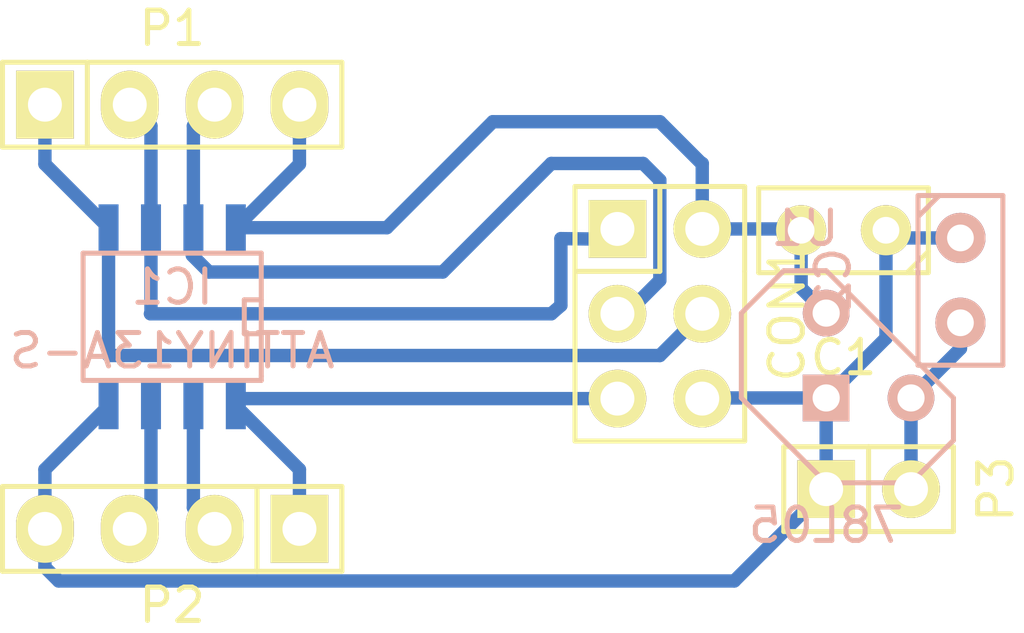
<source format=kicad_pcb>
(kicad_pcb (version 4) (host pcbnew "(2014-12-13 BZR 5321)-product")

  (general
    (links 22)
    (no_connects 1)
    (area 147.090999 75.375 178.312334 94.655)
    (thickness 1.6)
    (drawings 0)
    (tracks 76)
    (zones 0)
    (modules 8)
    (nets 10)
  )

  (page A4)
  (layers
    (0 F.Cu signal)
    (31 B.Cu signal)
    (32 B.Adhes user)
    (33 F.Adhes user)
    (34 B.Paste user)
    (35 F.Paste user)
    (36 B.SilkS user)
    (37 F.SilkS user)
    (38 B.Mask user)
    (39 F.Mask user)
    (40 Dwgs.User user)
    (41 Cmts.User user)
    (42 Eco1.User user)
    (43 Eco2.User user)
    (44 Edge.Cuts user)
    (45 Margin user)
    (46 B.CrtYd user)
    (47 F.CrtYd user)
    (48 B.Fab user)
    (49 F.Fab user)
  )

  (setup
    (last_trace_width 0.4)
    (trace_clearance 0.154)
    (zone_clearance 0.508)
    (zone_45_only no)
    (trace_min 0.254)
    (segment_width 0.2)
    (edge_width 0.1)
    (via_size 0.889)
    (via_drill 0.635)
    (via_min_size 0.889)
    (via_min_drill 0.508)
    (uvia_size 0.508)
    (uvia_drill 0.127)
    (uvias_allowed no)
    (uvia_min_size 0.508)
    (uvia_min_drill 0.127)
    (pcb_text_width 0.3)
    (pcb_text_size 1.5 1.5)
    (mod_edge_width 0.15)
    (mod_text_size 1 1)
    (mod_text_width 0.15)
    (pad_size 1.5 1.5)
    (pad_drill 0.6)
    (pad_to_mask_clearance 0)
    (aux_axis_origin 0 0)
    (visible_elements FFFFFF7F)
    (pcbplotparams
      (layerselection 0x00000_80000000)
      (usegerberextensions false)
      (excludeedgelayer true)
      (linewidth 0.100000)
      (plotframeref false)
      (viasonmask false)
      (mode 1)
      (useauxorigin false)
      (hpglpennumber 1)
      (hpglpenspeed 20)
      (hpglpendiameter 15)
      (hpglpenoverlay 2)
      (psnegative false)
      (psa4output false)
      (plotreference true)
      (plotvalue true)
      (plotinvisibletext false)
      (padsonsilk false)
      (subtractmaskfromsilk false)
      (outputformat 4)
      (mirror false)
      (drillshape 2)
      (scaleselection 1)
      (outputdirectory /home/phil/projects/electronics/spinnekop/))
  )

  (net 0 "")
  (net 1 "Net-(C1-Pad2)")
  (net 2 "Net-(C1-Pad1)")
  (net 3 "Net-(C2-Pad2)")
  (net 4 "Net-(CON1-Pad1)")
  (net 5 "Net-(CON1-Pad3)")
  (net 6 "Net-(CON1-Pad4)")
  (net 7 "Net-(CON1-Pad5)")
  (net 8 "Net-(IC1-Pad2)")
  (net 9 "Net-(IC1-Pad3)")

  (net_class Default "This is the default net class."
    (clearance 0.154)
    (trace_width 0.4)
    (via_dia 0.889)
    (via_drill 0.635)
    (uvia_dia 0.508)
    (uvia_drill 0.127)
    (add_net "Net-(C1-Pad1)")
    (add_net "Net-(C1-Pad2)")
    (add_net "Net-(C2-Pad2)")
    (add_net "Net-(CON1-Pad1)")
    (add_net "Net-(CON1-Pad3)")
    (add_net "Net-(CON1-Pad4)")
    (add_net "Net-(CON1-Pad5)")
    (add_net "Net-(IC1-Pad2)")
    (add_net "Net-(IC1-Pad3)")
  )

  (module Capacitors_ThroughHole:Capacitor3MMDiscRM2.5 (layer B.Cu) (tedit 548F1E1A) (tstamp 548F3510)
    (at 176 84 270)
    (descr Capacitor3MMDiscRM2.5)
    (tags C)
    (path /548F15DB)
    (fp_text reference C2 (at 0 3.81 270) (layer B.SilkS)
      (effects (font (size 1 1) (thickness 0.15)) (justify mirror))
    )
    (fp_text value C (at 0 2.286 270) (layer B.SilkS) hide
      (effects (font (size 1 1) (thickness 0.15)) (justify mirror))
    )
    (fp_line (start -2.4892 1.27) (end 2.54 1.27) (layer B.SilkS) (width 0.15))
    (fp_line (start 2.54 1.27) (end 2.54 -1.27) (layer B.SilkS) (width 0.15))
    (fp_line (start 2.54 -1.27) (end -2.54 -1.27) (layer B.SilkS) (width 0.15))
    (fp_line (start -2.54 -1.27) (end -2.54 1.27) (layer B.SilkS) (width 0.15))
    (fp_line (start -2.54 0.635) (end -1.905 1.27) (layer B.SilkS) (width 0.15))
    (pad 1 thru_hole circle (at -1.27 0 270) (size 1.50114 1.50114) (drill 0.8001) (layers *.Cu *.Mask B.SilkS)
      (net 2 "Net-(C1-Pad1)"))
    (pad 2 thru_hole circle (at 1.27 0 270) (size 1.50114 1.50114) (drill 0.8001) (layers *.Cu *.Mask B.SilkS)
      (net 3 "Net-(C2-Pad2)"))
    (model Capacitors_ThroughHole/Capacitor3MMDiscRM2.5.wrl
      (at (xyz 0 0 0))
      (scale (xyz 1 1 1))
      (rotate (xyz 0 0 0))
    )
  )

  (module Pin_Headers:Pin_Header_Straight_2x03 (layer F.Cu) (tedit 548F1E1A) (tstamp 548F21A0)
    (at 167 85 270)
    (descr "Through hole pin header")
    (tags "pin header")
    (path /548F1B16)
    (fp_text reference CON1 (at 0 -3.81 270) (layer F.SilkS)
      (effects (font (size 1 1) (thickness 0.15)))
    )
    (fp_text value AVR-ISP-6 (at 0 0 270) (layer F.SilkS) hide
      (effects (font (size 1 1) (thickness 0.15)))
    )
    (fp_line (start -3.81 0) (end -1.27 0) (layer F.SilkS) (width 0.15))
    (fp_line (start -1.27 0) (end -1.27 2.54) (layer F.SilkS) (width 0.15))
    (fp_line (start -3.81 2.54) (end 3.81 2.54) (layer F.SilkS) (width 0.15))
    (fp_line (start 3.81 2.54) (end 3.81 -2.54) (layer F.SilkS) (width 0.15))
    (fp_line (start 3.81 -2.54) (end -1.27 -2.54) (layer F.SilkS) (width 0.15))
    (fp_line (start -3.81 2.54) (end -3.81 0) (layer F.SilkS) (width 0.15))
    (fp_line (start -3.81 -2.54) (end -3.81 0) (layer F.SilkS) (width 0.15))
    (fp_line (start -1.27 -2.54) (end -3.81 -2.54) (layer F.SilkS) (width 0.15))
    (pad 1 thru_hole rect (at -2.54 1.27 270) (size 1.7272 1.7272) (drill 1.016) (layers *.Cu *.Mask F.SilkS)
      (net 4 "Net-(CON1-Pad1)"))
    (pad 2 thru_hole oval (at -2.54 -1.27 270) (size 1.7272 1.7272) (drill 1.016) (layers *.Cu *.Mask F.SilkS)
      (net 1 "Net-(C1-Pad2)"))
    (pad 3 thru_hole oval (at 0 1.27 270) (size 1.7272 1.7272) (drill 1.016) (layers *.Cu *.Mask F.SilkS)
      (net 5 "Net-(CON1-Pad3)"))
    (pad 4 thru_hole oval (at 0 -1.27 270) (size 1.7272 1.7272) (drill 1.016) (layers *.Cu *.Mask F.SilkS)
      (net 6 "Net-(CON1-Pad4)"))
    (pad 5 thru_hole oval (at 2.54 1.27 270) (size 1.7272 1.7272) (drill 1.016) (layers *.Cu *.Mask F.SilkS)
      (net 7 "Net-(CON1-Pad5)"))
    (pad 6 thru_hole oval (at 2.54 -1.27 270) (size 1.7272 1.7272) (drill 1.016) (layers *.Cu *.Mask F.SilkS)
      (net 2 "Net-(C1-Pad1)"))
    (model Pin_Headers/Pin_Header_Straight_2x03.wrl
      (at (xyz 0 0 0))
      (scale (xyz 1 1 1))
      (rotate (xyz 0 0 0))
    )
  )

  (module SMD_Packages:SOIC-8-W (layer B.Cu) (tedit 548F1E1A) (tstamp 548F274D)
    (at 152.4 85.09 180)
    (descr "module SMD SOIC SOJ 8 pins etroit")
    (tags "CMS SOJ")
    (path /548EFC7E)
    (attr smd)
    (fp_text reference IC1 (at 0 0.889 180) (layer B.SilkS)
      (effects (font (size 1 1) (thickness 0.15)) (justify mirror))
    )
    (fp_text value ATTINY13A-S (at 0 -1.016 180) (layer B.SilkS)
      (effects (font (size 1 1) (thickness 0.15)) (justify mirror))
    )
    (fp_line (start -2.667 -1.778) (end -2.667 -1.905) (layer B.SilkS) (width 0.15))
    (fp_line (start -2.667 -1.905) (end 2.667 -1.905) (layer B.SilkS) (width 0.15))
    (fp_line (start 2.667 1.905) (end -2.667 1.905) (layer B.SilkS) (width 0.15))
    (fp_line (start -2.667 1.905) (end -2.667 -1.778) (layer B.SilkS) (width 0.15))
    (fp_line (start -2.667 0.508) (end -2.159 0.508) (layer B.SilkS) (width 0.15))
    (fp_line (start -2.159 0.508) (end -2.159 -0.508) (layer B.SilkS) (width 0.15))
    (fp_line (start -2.159 -0.508) (end -2.667 -0.508) (layer B.SilkS) (width 0.15))
    (fp_line (start 2.667 1.905) (end 2.667 -1.905) (layer B.SilkS) (width 0.15))
    (pad 8 smd rect (at -1.905 2.667 180) (size 0.59944 1.39954) (layers B.Cu B.Paste B.Mask)
      (net 1 "Net-(C1-Pad2)"))
    (pad 1 smd rect (at -1.905 -2.667 180) (size 0.59944 1.39954) (layers B.Cu B.Paste B.Mask)
      (net 7 "Net-(CON1-Pad5)"))
    (pad 7 smd rect (at -0.635 2.667 180) (size 0.59944 1.39954) (layers B.Cu B.Paste B.Mask)
      (net 5 "Net-(CON1-Pad3)"))
    (pad 6 smd rect (at 0.635 2.667 180) (size 0.59944 1.39954) (layers B.Cu B.Paste B.Mask)
      (net 4 "Net-(CON1-Pad1)"))
    (pad 5 smd rect (at 1.905 2.667 180) (size 0.59944 1.39954) (layers B.Cu B.Paste B.Mask)
      (net 6 "Net-(CON1-Pad4)"))
    (pad 2 smd rect (at -0.635 -2.667 180) (size 0.59944 1.39954) (layers B.Cu B.Paste B.Mask)
      (net 8 "Net-(IC1-Pad2)"))
    (pad 3 smd rect (at 0.635 -2.667 180) (size 0.59944 1.39954) (layers B.Cu B.Paste B.Mask)
      (net 9 "Net-(IC1-Pad3)"))
    (pad 4 smd rect (at 1.905 -2.667 180) (size 0.59944 1.39954) (layers B.Cu B.Paste B.Mask)
      (net 2 "Net-(C1-Pad1)"))
    (model SMD_Packages/SOIC-8-W.wrl
      (at (xyz 0 0 0))
      (scale (xyz 0.5 0.32 0.5))
      (rotate (xyz 0 0 0))
    )
  )

  (module Pin_Headers:Pin_Header_Straight_1x04 (layer F.Cu) (tedit 548F1E1A) (tstamp 548F1E4B)
    (at 152.4 78.74)
    (descr "Through hole pin header")
    (tags "pin header")
    (path /548F1565)
    (fp_text reference P1 (at 0 -2.286) (layer F.SilkS)
      (effects (font (size 1 1) (thickness 0.15)))
    )
    (fp_text value CONN_01X04 (at 0 0) (layer F.SilkS) hide
      (effects (font (size 1 1) (thickness 0.15)))
    )
    (fp_line (start -2.54 1.27) (end 5.08 1.27) (layer F.SilkS) (width 0.15))
    (fp_line (start -2.54 -1.27) (end 5.08 -1.27) (layer F.SilkS) (width 0.15))
    (fp_line (start -5.08 -1.27) (end -2.54 -1.27) (layer F.SilkS) (width 0.15))
    (fp_line (start 5.08 1.27) (end 5.08 -1.27) (layer F.SilkS) (width 0.15))
    (fp_line (start -2.54 -1.27) (end -2.54 1.27) (layer F.SilkS) (width 0.15))
    (fp_line (start -5.08 -1.27) (end -5.08 1.27) (layer F.SilkS) (width 0.15))
    (fp_line (start -5.08 1.27) (end -2.54 1.27) (layer F.SilkS) (width 0.15))
    (pad 1 thru_hole rect (at -3.81 0) (size 1.7272 2.032) (drill 1.016) (layers *.Cu *.Mask F.SilkS)
      (net 6 "Net-(CON1-Pad4)"))
    (pad 2 thru_hole oval (at -1.27 0) (size 1.7272 2.032) (drill 1.016) (layers *.Cu *.Mask F.SilkS)
      (net 4 "Net-(CON1-Pad1)"))
    (pad 3 thru_hole oval (at 1.27 0) (size 1.7272 2.032) (drill 1.016) (layers *.Cu *.Mask F.SilkS)
      (net 5 "Net-(CON1-Pad3)"))
    (pad 4 thru_hole oval (at 3.81 0) (size 1.7272 2.032) (drill 1.016) (layers *.Cu *.Mask F.SilkS)
      (net 1 "Net-(C1-Pad2)"))
    (model Pin_Headers/Pin_Header_Straight_1x04.wrl
      (at (xyz 0 0 0))
      (scale (xyz 1 1 1))
      (rotate (xyz 0 0 0))
    )
  )

  (module Pin_Headers:Pin_Header_Straight_1x04 (layer F.Cu) (tedit 548F1E1A) (tstamp 548F1E53)
    (at 152.4 91.44 180)
    (descr "Through hole pin header")
    (tags "pin header")
    (path /548F13A6)
    (fp_text reference P2 (at 0 -2.286 180) (layer F.SilkS)
      (effects (font (size 1 1) (thickness 0.15)))
    )
    (fp_text value CONN_01X04 (at 0 0 180) (layer F.SilkS) hide
      (effects (font (size 1 1) (thickness 0.15)))
    )
    (fp_line (start -2.54 1.27) (end 5.08 1.27) (layer F.SilkS) (width 0.15))
    (fp_line (start -2.54 -1.27) (end 5.08 -1.27) (layer F.SilkS) (width 0.15))
    (fp_line (start -5.08 -1.27) (end -2.54 -1.27) (layer F.SilkS) (width 0.15))
    (fp_line (start 5.08 1.27) (end 5.08 -1.27) (layer F.SilkS) (width 0.15))
    (fp_line (start -2.54 -1.27) (end -2.54 1.27) (layer F.SilkS) (width 0.15))
    (fp_line (start -5.08 -1.27) (end -5.08 1.27) (layer F.SilkS) (width 0.15))
    (fp_line (start -5.08 1.27) (end -2.54 1.27) (layer F.SilkS) (width 0.15))
    (pad 1 thru_hole rect (at -3.81 0 180) (size 1.7272 2.032) (drill 1.016) (layers *.Cu *.Mask F.SilkS)
      (net 7 "Net-(CON1-Pad5)"))
    (pad 2 thru_hole oval (at -1.27 0 180) (size 1.7272 2.032) (drill 1.016) (layers *.Cu *.Mask F.SilkS)
      (net 8 "Net-(IC1-Pad2)"))
    (pad 3 thru_hole oval (at 1.27 0 180) (size 1.7272 2.032) (drill 1.016) (layers *.Cu *.Mask F.SilkS)
      (net 9 "Net-(IC1-Pad3)"))
    (pad 4 thru_hole oval (at 3.81 0 180) (size 1.7272 2.032) (drill 1.016) (layers *.Cu *.Mask F.SilkS)
      (net 2 "Net-(C1-Pad1)"))
    (model Pin_Headers/Pin_Header_Straight_1x04.wrl
      (at (xyz 0 0 0))
      (scale (xyz 1 1 1))
      (rotate (xyz 0 0 0))
    )
  )

  (module Pin_Headers:Pin_Header_Straight_2x01 (layer F.Cu) (tedit 548F1E1A) (tstamp 548F3504)
    (at 173.25 90.25 270)
    (descr "Through hole pin header")
    (tags "pin header")
    (path /548F268E)
    (fp_text reference P3 (at 0 -3.81 270) (layer F.SilkS)
      (effects (font (size 1 1) (thickness 0.15)))
    )
    (fp_text value CONN_01X02 (at 0 0 270) (layer F.SilkS) hide
      (effects (font (size 1 1) (thickness 0.15)))
    )
    (fp_line (start -1.27 0) (end -1.27 2.54) (layer F.SilkS) (width 0.15))
    (fp_line (start -1.27 2.54) (end 1.27 2.54) (layer F.SilkS) (width 0.15))
    (fp_line (start 1.27 2.54) (end 1.27 0) (layer F.SilkS) (width 0.15))
    (fp_line (start -1.27 -2.54) (end -1.27 0) (layer F.SilkS) (width 0.15))
    (fp_line (start -1.27 0) (end 1.27 0) (layer F.SilkS) (width 0.15))
    (fp_line (start 1.27 0) (end 1.27 -2.54) (layer F.SilkS) (width 0.15))
    (fp_line (start 1.27 -2.54) (end -1.27 -2.54) (layer F.SilkS) (width 0.15))
    (pad 1 thru_hole rect (at 0 1.27 270) (size 1.7272 1.7272) (drill 1.016) (layers *.Cu *.Mask F.SilkS)
      (net 2 "Net-(C1-Pad1)"))
    (pad 2 thru_hole oval (at 0 -1.27 270) (size 1.7272 1.7272) (drill 1.016) (layers *.Cu *.Mask F.SilkS)
      (net 3 "Net-(C2-Pad2)"))
    (model Pin_Headers/Pin_Header_Straight_2x01.wrl
      (at (xyz 0 0 0))
      (scale (xyz 1 1 1))
      (rotate (xyz 0 0 0))
    )
  )

  (module Discret:LM78LXX (layer B.Cu) (tedit 548F1E1A) (tstamp 548F34FD)
    (at 173.25 86.25)
    (descr "Regulateur TO92 serie LM78Lxx")
    (tags "TR TO92")
    (path /548F1378)
    (fp_text reference U1 (at -1.905 -3.81) (layer B.SilkS)
      (effects (font (size 1 1) (thickness 0.15)) (justify mirror))
    )
    (fp_text value 78L05 (at -1.27 5.08) (layer B.SilkS)
      (effects (font (size 1 1) (thickness 0.15)) (justify mirror))
    )
    (fp_line (start -1.27 -2.54) (end 2.54 1.27) (layer B.SilkS) (width 0.15))
    (fp_line (start 2.54 1.27) (end 2.54 2.54) (layer B.SilkS) (width 0.15))
    (fp_line (start 2.54 2.54) (end 1.27 3.81) (layer B.SilkS) (width 0.15))
    (fp_line (start 1.27 3.81) (end -1.27 3.81) (layer B.SilkS) (width 0.15))
    (fp_line (start -1.27 3.81) (end -3.81 1.27) (layer B.SilkS) (width 0.15))
    (fp_line (start -3.81 1.27) (end -3.81 -1.27) (layer B.SilkS) (width 0.15))
    (fp_line (start -3.81 -1.27) (end -2.54 -2.54) (layer B.SilkS) (width 0.15))
    (fp_line (start -2.54 -2.54) (end -1.27 -2.54) (layer B.SilkS) (width 0.15))
    (pad VI thru_hole circle (at 1.27 1.27) (size 1.397 1.397) (drill 0.8128) (layers *.Cu *.Mask B.SilkS)
      (net 3 "Net-(C2-Pad2)"))
    (pad GND thru_hole rect (at -1.27 1.27) (size 1.397 1.397) (drill 0.8128) (layers *.Cu *.Mask B.SilkS)
      (net 2 "Net-(C1-Pad1)"))
    (pad VO thru_hole circle (at -1.27 -1.27) (size 1.397 1.397) (drill 0.8128) (layers *.Cu *.Mask B.SilkS)
      (net 1 "Net-(C1-Pad2)"))
    (model Discret/LM78LXX.wrl
      (at (xyz 0 0 0))
      (scale (xyz 1 1 1))
      (rotate (xyz 0 0 0))
    )
  )

  (module Capacitors_ThroughHole:Capacitor3MMDiscRM2.5 (layer F.Cu) (tedit 548F2CBC) (tstamp 548F34ED)
    (at 172.5 82.5 180)
    (descr Capacitor3MMDiscRM2.5)
    (tags C)
    (path /548F16C8)
    (fp_text reference C1 (at 0 -3.81 180) (layer F.SilkS)
      (effects (font (size 1 1) (thickness 0.15)))
    )
    (fp_text value C (at 0 -2.286 180) (layer F.SilkS) hide
      (effects (font (size 1 1) (thickness 0.15)))
    )
    (fp_line (start -2.4892 -1.27) (end 2.54 -1.27) (layer F.SilkS) (width 0.15))
    (fp_line (start 2.54 -1.27) (end 2.54 1.27) (layer F.SilkS) (width 0.15))
    (fp_line (start 2.54 1.27) (end -2.54 1.27) (layer F.SilkS) (width 0.15))
    (fp_line (start -2.54 1.27) (end -2.54 -1.27) (layer F.SilkS) (width 0.15))
    (fp_line (start -2.54 -0.635) (end -1.905 -1.27) (layer F.SilkS) (width 0.15))
    (pad 1 thru_hole circle (at -1.27 0 180) (size 1.50114 1.50114) (drill 0.8001) (layers *.Cu *.Mask F.SilkS)
      (net 2 "Net-(C1-Pad1)"))
    (pad 2 thru_hole circle (at 1.27 0 180) (size 1.50114 1.50114) (drill 0.8001) (layers *.Cu *.Mask F.SilkS)
      (net 1 "Net-(C1-Pad2)"))
    (model Capacitors_ThroughHole/Capacitor3MMDiscRM2.5.wrl
      (at (xyz 0 0 0))
      (scale (xyz 1 1 1))
      (rotate (xyz 0 0 0))
    )
  )

  (segment (start 156.21 80.518) (end 154.305 82.423) (width 0.254) (layer B.Cu) (net 1) (tstamp 548F285C))
  (segment (start 156.21 80.518) (end 154.305 82.423) (width 0.4) (layer B.Cu) (net 1) (tstamp 548F2E88))
  (segment (start 156.21 78.74) (end 156.21 80.518) (width 0.4) (layer B.Cu) (net 1))
  (segment (start 167 79.25) (end 162 79.25) (width 0.4) (layer B.Cu) (net 1) (tstamp 548F2FD5))
  (segment (start 162 79.25) (end 158.827 82.423) (width 0.4) (layer B.Cu) (net 1) (tstamp 548F2FB7))
  (segment (start 158.827 82.423) (end 154.305 82.423) (width 0.4) (layer B.Cu) (net 1) (tstamp 548F2FBA))
  (segment (start 168.27 82.69) (end 168.27 80.5) (width 0.4) (layer B.Cu) (net 1))
  (segment (start 168.25 80.5) (end 167 79.25) (width 0.4) (layer B.Cu) (net 1) (tstamp 548F2FD2))
  (segment (start 168.27 80.5) (end 168.25 80.5) (width 0.4) (layer B.Cu) (net 1))
  (segment (start 171.19 82.46) (end 171.23 82.5) (width 0.4) (layer B.Cu) (net 1) (tstamp 548F3328))
  (segment (start 169.02 82.46) (end 171.19 82.46) (width 0.4) (layer B.Cu) (net 1))
  (segment (start 171.23 84.23) (end 171.98 84.98) (width 0.4) (layer B.Cu) (net 1) (tstamp 548F332B))
  (segment (start 171.23 82.5) (end 171.23 84.23) (width 0.4) (layer B.Cu) (net 1))
  (segment (start 148.59 89.662) (end 150.495 87.757) (width 0.254) (layer B.Cu) (net 2) (tstamp 548F2845))
  (segment (start 148.59 89.662) (end 150.495 87.757) (width 0.4) (layer B.Cu) (net 2) (tstamp 548F2E6E))
  (segment (start 148.59 91.44) (end 148.59 89.662) (width 0.4) (layer B.Cu) (net 2))
  (segment (start 174 82.73) (end 173.77 82.5) (width 0.4) (layer B.Cu) (net 2) (tstamp 548F3347))
  (segment (start 176 82.73) (end 174 82.73) (width 0.4) (layer B.Cu) (net 2))
  (segment (start 173.77 85.73) (end 171.98 87.52) (width 0.4) (layer B.Cu) (net 2) (tstamp 548F334A))
  (segment (start 173.77 82.5) (end 173.77 85.73) (width 0.4) (layer B.Cu) (net 2))
  (segment (start 171.98 87.52) (end 171.98 90.25) (width 0.4) (layer B.Cu) (net 2))
  (segment (start 168.29 87.52) (end 168.27 87.54) (width 0.4) (layer B.Cu) (net 2) (tstamp 548F334F))
  (segment (start 171.98 87.52) (end 169.04 87.52) (width 0.4) (layer B.Cu) (net 2))
  (segment (start 148.59 92.59) (end 149 93) (width 0.4) (layer B.Cu) (net 2) (tstamp 548F3517))
  (segment (start 149 93) (end 169.23 93) (width 0.4) (layer B.Cu) (net 2) (tstamp 548F3518))
  (segment (start 169.23 93) (end 171.98 90.25) (width 0.4) (layer B.Cu) (net 2) (tstamp 548F3519))
  (segment (start 148.59 91.44) (end 148.59 92.59) (width 0.4) (layer B.Cu) (net 2))
  (segment (start 174.52 87.52) (end 174.52 90.25) (width 0.4) (layer B.Cu) (net 3) (tstamp 548F32F4))
  (segment (start 176 86.04) (end 174.52 87.52) (width 0.4) (layer B.Cu) (net 3) (tstamp 548F32F0))
  (segment (start 176 85.27) (end 176 86.04) (width 0.4) (layer B.Cu) (net 3))
  (segment (start 151.765 79.375) (end 151.13 78.74) (width 0.254) (layer B.Cu) (net 4) (tstamp 548F2584) (status 30))
  (segment (start 151.765 79.375) (end 151.13 78.74) (width 0.254) (layer B.Cu) (net 4) (tstamp 548F284D))
  (segment (start 151.765 79.375) (end 151.13 78.74) (width 0.4) (layer B.Cu) (net 4) (tstamp 548F2E90))
  (segment (start 151.765 82.423) (end 151.765 79.375) (width 0.4) (layer B.Cu) (net 4))
  (segment (start 164.03809 82.75) (end 164.03809 84.75) (width 0.4) (layer B.Cu) (net 4) (tstamp 548F2EAC))
  (segment (start 165.73 82.77) (end 164.03809 82.75) (width 0.4) (layer B.Cu) (net 4) (tstamp 548F2EAB))
  (segment (start 165.73 82.46) (end 165.73 82.77) (width 0.4) (layer B.Cu) (net 4))
  (segment (start 151.75 85) (end 151.765 84.985) (width 0.4) (layer B.Cu) (net 4) (tstamp 548F2EB0))
  (segment (start 163.75 85) (end 151.75 85) (width 0.4) (layer B.Cu) (net 4) (tstamp 548F2EAF))
  (segment (start 164.03809 84.75) (end 163.75 85) (width 0.4) (layer B.Cu) (net 4) (tstamp 548F2EAE))
  (segment (start 151.765 84.985) (end 151.765 82.423) (width 0.4) (layer B.Cu) (net 4) (tstamp 548F2EB1))
  (segment (start 153.035 79.375) (end 153.67 78.74) (width 0.254) (layer B.Cu) (net 5) (tstamp 548F2587) (status 30))
  (segment (start 153.035 79.375) (end 153.67 78.74) (width 0.254) (layer B.Cu) (net 5) (tstamp 548F2850))
  (segment (start 153.035 79.375) (end 153.67 78.74) (width 0.4) (layer B.Cu) (net 5) (tstamp 548F2E93))
  (segment (start 153.035 82.423) (end 153.035 79.375) (width 0.4) (layer B.Cu) (net 5))
  (segment (start 153.5 83.75) (end 153 83.25) (width 0.4) (layer B.Cu) (net 5) (tstamp 548F2F6B))
  (segment (start 160.5 83.75) (end 153.5 83.75) (width 0.4) (layer B.Cu) (net 5) (tstamp 548F2F69))
  (segment (start 163.75 80.5) (end 160.5 83.75) (width 0.4) (layer B.Cu) (net 5) (tstamp 548F2F67))
  (segment (start 166.5 80.5) (end 163.75 80.5) (width 0.4) (layer B.Cu) (net 5) (tstamp 548F2F64))
  (segment (start 167 81) (end 166.5 80.5) (width 0.4) (layer B.Cu) (net 5) (tstamp 548F2F63))
  (segment (start 167 84) (end 167 81) (width 0.4) (layer B.Cu) (net 5) (tstamp 548F2F62))
  (segment (start 166 85) (end 167 84) (width 0.4) (layer B.Cu) (net 5) (tstamp 548F2F61))
  (segment (start 165.73 85) (end 166 85) (width 0.4) (layer B.Cu) (net 5))
  (segment (start 148.59 80.518) (end 150.495 82.423) (width 0.254) (layer B.Cu) (net 6) (tstamp 548F2849))
  (segment (start 148.59 80.518) (end 150.495 82.423) (width 0.4) (layer B.Cu) (net 6) (tstamp 548F2E8C))
  (segment (start 148.59 78.74) (end 148.59 80.518) (width 0.4) (layer B.Cu) (net 6))
  (segment (start 150.495 86.245) (end 150.495 82.423) (width 0.4) (layer B.Cu) (net 6) (tstamp 548F2F40))
  (segment (start 150.5 86.25) (end 150.495 86.245) (width 0.4) (layer B.Cu) (net 6) (tstamp 548F2F3F))
  (segment (start 167 86.25) (end 150.5 86.25) (width 0.4) (layer B.Cu) (net 6) (tstamp 548F2F3C))
  (segment (start 168.25 85) (end 167 86.25) (width 0.4) (layer B.Cu) (net 6) (tstamp 548F2F3A))
  (segment (start 168.27 85) (end 168.25 85) (width 0.4) (layer B.Cu) (net 6))
  (segment (start 154.432 87.63) (end 154.305 87.757) (width 0.254) (layer B.Cu) (net 7) (tstamp 548F228E) (status 30))
  (segment (start 156.21 89.662) (end 154.305 87.757) (width 0.254) (layer B.Cu) (net 7) (tstamp 548F283B))
  (segment (start 154.522 87.54) (end 154.305 87.757) (width 0.254) (layer B.Cu) (net 7) (tstamp 548F2D26))
  (segment (start 156.21 89.662) (end 154.305 87.757) (width 0.4) (layer B.Cu) (net 7) (tstamp 548F2E77))
  (segment (start 156.21 91.44) (end 156.21 89.662) (width 0.4) (layer B.Cu) (net 7))
  (segment (start 154.522 87.54) (end 154.305 87.757) (width 0.4) (layer B.Cu) (net 7) (tstamp 548F2E96))
  (segment (start 165.73 87.54) (end 154.522 87.54) (width 0.4) (layer B.Cu) (net 7))
  (segment (start 153.035 90.805) (end 153.67 91.44) (width 0.254) (layer B.Cu) (net 8) (tstamp 548F259C) (status 30))
  (segment (start 153.035 90.805) (end 153.67 91.44) (width 0.254) (layer B.Cu) (net 8) (tstamp 548F283F))
  (segment (start 153.035 90.805) (end 153.67 91.44) (width 0.4) (layer B.Cu) (net 8) (tstamp 548F2E7B))
  (segment (start 153.035 87.757) (end 153.035 90.805) (width 0.4) (layer B.Cu) (net 8))
  (segment (start 151.765 90.805) (end 151.13 91.44) (width 0.254) (layer B.Cu) (net 9) (tstamp 548F2599) (status 30))
  (segment (start 151.765 90.805) (end 151.13 91.44) (width 0.254) (layer B.Cu) (net 9) (tstamp 548F2842))
  (segment (start 151.765 90.805) (end 151.13 91.44) (width 0.4) (layer B.Cu) (net 9) (tstamp 548F2E7E))
  (segment (start 151.765 87.757) (end 151.765 90.805) (width 0.4) (layer B.Cu) (net 9))

)

</source>
